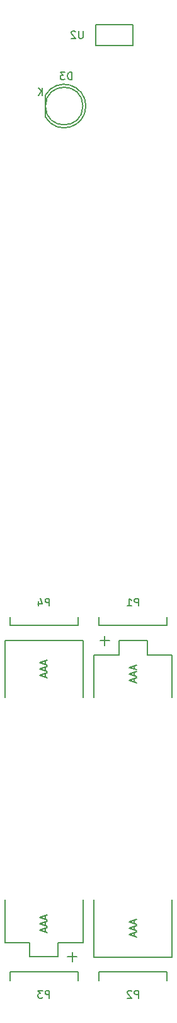
<source format=gbo>
G04 #@! TF.FileFunction,Legend,Bot*
%FSLAX46Y46*%
G04 Gerber Fmt 4.6, Leading zero omitted, Abs format (unit mm)*
G04 Created by KiCad (PCBNEW 4.0.4+e1-6308~48~ubuntu14.04.1-stable) date Thu Dec 22 12:45:23 2016*
%MOMM*%
%LPD*%
G01*
G04 APERTURE LIST*
%ADD10C,0.100000*%
%ADD11C,0.150000*%
G04 APERTURE END LIST*
D10*
D11*
X138500000Y-32600000D02*
X138500000Y-35400000D01*
X143500000Y-32600000D02*
X138500000Y-32600000D01*
X143500000Y-35400000D02*
X143500000Y-32600000D01*
X138500000Y-35400000D02*
X143500000Y-35400000D01*
X131745112Y-41975096D02*
G75*
G02X131730000Y-45000000I2484888J-1524904D01*
G01*
X131730000Y-42000000D02*
X131730000Y-45000000D01*
X136747936Y-43500000D02*
G75*
G03X136747936Y-43500000I-2517936J0D01*
G01*
X136750000Y-115050000D02*
X136750000Y-122700000D01*
X126250000Y-115050000D02*
X126250000Y-122700000D01*
X126250000Y-115050000D02*
X136750000Y-115050000D01*
X136065000Y-113050000D02*
X136065000Y-111905000D01*
X126935000Y-113050000D02*
X126935000Y-111905000D01*
X126935000Y-113050000D02*
X136065000Y-113050000D01*
X138250000Y-157450000D02*
X138250000Y-149800000D01*
X148750000Y-157450000D02*
X148750000Y-149800000D01*
X148750000Y-157450000D02*
X138250000Y-157450000D01*
X138935000Y-159450000D02*
X138935000Y-160595000D01*
X148065000Y-159450000D02*
X148065000Y-160595000D01*
X148065000Y-159450000D02*
X138935000Y-159450000D01*
X139055000Y-115080000D02*
X140325000Y-115080000D01*
X139690000Y-114445000D02*
X139690000Y-115715000D01*
X145405000Y-116985000D02*
X148750000Y-116985000D01*
X141595000Y-116985000D02*
X138250000Y-116985000D01*
X145405000Y-115080000D02*
X145405000Y-116985000D01*
X141595000Y-115080000D02*
X141595000Y-116985000D01*
X148750000Y-116985000D02*
X148750000Y-122700000D01*
X138250000Y-116985000D02*
X138250000Y-122700000D01*
X141595000Y-115080000D02*
X145405000Y-115080000D01*
X148065000Y-113050000D02*
X148065000Y-111905000D01*
X138935000Y-113050000D02*
X138935000Y-111905000D01*
X138935000Y-113050000D02*
X148065000Y-113050000D01*
X135945000Y-157420000D02*
X134675000Y-157420000D01*
X135310000Y-158055000D02*
X135310000Y-156785000D01*
X129595000Y-155515000D02*
X126250000Y-155515000D01*
X133405000Y-155515000D02*
X136750000Y-155515000D01*
X129595000Y-157420000D02*
X129595000Y-155515000D01*
X133405000Y-157420000D02*
X133405000Y-155515000D01*
X126250000Y-155515000D02*
X126250000Y-149800000D01*
X136750000Y-155515000D02*
X136750000Y-149800000D01*
X133405000Y-157420000D02*
X129595000Y-157420000D01*
X126935000Y-159450000D02*
X126935000Y-160595000D01*
X136065000Y-159450000D02*
X136065000Y-160595000D01*
X136065000Y-159450000D02*
X126935000Y-159450000D01*
X136761905Y-33452381D02*
X136761905Y-34261905D01*
X136714286Y-34357143D01*
X136666667Y-34404762D01*
X136571429Y-34452381D01*
X136380952Y-34452381D01*
X136285714Y-34404762D01*
X136238095Y-34357143D01*
X136190476Y-34261905D01*
X136190476Y-33452381D01*
X135761905Y-33547619D02*
X135714286Y-33500000D01*
X135619048Y-33452381D01*
X135380952Y-33452381D01*
X135285714Y-33500000D01*
X135238095Y-33547619D01*
X135190476Y-33642857D01*
X135190476Y-33738095D01*
X135238095Y-33880952D01*
X135809524Y-34452381D01*
X135190476Y-34452381D01*
X135238095Y-39952381D02*
X135238095Y-38952381D01*
X135000000Y-38952381D01*
X134857142Y-39000000D01*
X134761904Y-39095238D01*
X134714285Y-39190476D01*
X134666666Y-39380952D01*
X134666666Y-39523810D01*
X134714285Y-39714286D01*
X134761904Y-39809524D01*
X134857142Y-39904762D01*
X135000000Y-39952381D01*
X135238095Y-39952381D01*
X134333333Y-38952381D02*
X133714285Y-38952381D01*
X134047619Y-39333333D01*
X133904761Y-39333333D01*
X133809523Y-39380952D01*
X133761904Y-39428571D01*
X133714285Y-39523810D01*
X133714285Y-39761905D01*
X133761904Y-39857143D01*
X133809523Y-39904762D01*
X133904761Y-39952381D01*
X134190476Y-39952381D01*
X134285714Y-39904762D01*
X134333333Y-39857143D01*
X131316905Y-42047381D02*
X131316905Y-41047381D01*
X130745476Y-42047381D02*
X131174048Y-41475952D01*
X130745476Y-41047381D02*
X131316905Y-41618810D01*
X132238095Y-110452381D02*
X132238095Y-109452381D01*
X131857142Y-109452381D01*
X131761904Y-109500000D01*
X131714285Y-109547619D01*
X131666666Y-109642857D01*
X131666666Y-109785714D01*
X131714285Y-109880952D01*
X131761904Y-109928571D01*
X131857142Y-109976190D01*
X132238095Y-109976190D01*
X130809523Y-109785714D02*
X130809523Y-110452381D01*
X131047619Y-109404762D02*
X131285714Y-110119048D01*
X130666666Y-110119048D01*
X131666667Y-117794762D02*
X131666667Y-118270953D01*
X131952381Y-117699524D02*
X130952381Y-118032857D01*
X131952381Y-118366191D01*
X131666667Y-118651905D02*
X131666667Y-119128096D01*
X131952381Y-118556667D02*
X130952381Y-118890000D01*
X131952381Y-119223334D01*
X131666667Y-119509048D02*
X131666667Y-119985239D01*
X131952381Y-119413810D02*
X130952381Y-119747143D01*
X131952381Y-120080477D01*
X144238095Y-162952381D02*
X144238095Y-161952381D01*
X143857142Y-161952381D01*
X143761904Y-162000000D01*
X143714285Y-162047619D01*
X143666666Y-162142857D01*
X143666666Y-162285714D01*
X143714285Y-162380952D01*
X143761904Y-162428571D01*
X143857142Y-162476190D01*
X144238095Y-162476190D01*
X143285714Y-162047619D02*
X143238095Y-162000000D01*
X143142857Y-161952381D01*
X142904761Y-161952381D01*
X142809523Y-162000000D01*
X142761904Y-162047619D01*
X142714285Y-162142857D01*
X142714285Y-162238095D01*
X142761904Y-162380952D01*
X143333333Y-162952381D01*
X142714285Y-162952381D01*
X143666667Y-152514762D02*
X143666667Y-152990953D01*
X143952381Y-152419524D02*
X142952381Y-152752857D01*
X143952381Y-153086191D01*
X143666667Y-153371905D02*
X143666667Y-153848096D01*
X143952381Y-153276667D02*
X142952381Y-153610000D01*
X143952381Y-153943334D01*
X143666667Y-154229048D02*
X143666667Y-154705239D01*
X143952381Y-154133810D02*
X142952381Y-154467143D01*
X143952381Y-154800477D01*
X144238095Y-110452381D02*
X144238095Y-109452381D01*
X143857142Y-109452381D01*
X143761904Y-109500000D01*
X143714285Y-109547619D01*
X143666666Y-109642857D01*
X143666666Y-109785714D01*
X143714285Y-109880952D01*
X143761904Y-109928571D01*
X143857142Y-109976190D01*
X144238095Y-109976190D01*
X142714285Y-110452381D02*
X143285714Y-110452381D01*
X143000000Y-110452381D02*
X143000000Y-109452381D01*
X143095238Y-109595238D01*
X143190476Y-109690476D01*
X143285714Y-109738095D01*
X143666667Y-118429762D02*
X143666667Y-118905953D01*
X143952381Y-118334524D02*
X142952381Y-118667857D01*
X143952381Y-119001191D01*
X143666667Y-119286905D02*
X143666667Y-119763096D01*
X143952381Y-119191667D02*
X142952381Y-119525000D01*
X143952381Y-119858334D01*
X143666667Y-120144048D02*
X143666667Y-120620239D01*
X143952381Y-120048810D02*
X142952381Y-120382143D01*
X143952381Y-120715477D01*
X132238095Y-162952381D02*
X132238095Y-161952381D01*
X131857142Y-161952381D01*
X131761904Y-162000000D01*
X131714285Y-162047619D01*
X131666666Y-162142857D01*
X131666666Y-162285714D01*
X131714285Y-162380952D01*
X131761904Y-162428571D01*
X131857142Y-162476190D01*
X132238095Y-162476190D01*
X131333333Y-161952381D02*
X130714285Y-161952381D01*
X131047619Y-162333333D01*
X130904761Y-162333333D01*
X130809523Y-162380952D01*
X130761904Y-162428571D01*
X130714285Y-162523810D01*
X130714285Y-162761905D01*
X130761904Y-162857143D01*
X130809523Y-162904762D01*
X130904761Y-162952381D01*
X131190476Y-162952381D01*
X131285714Y-162904762D01*
X131333333Y-162857143D01*
X131666667Y-151879762D02*
X131666667Y-152355953D01*
X131952381Y-151784524D02*
X130952381Y-152117857D01*
X131952381Y-152451191D01*
X131666667Y-152736905D02*
X131666667Y-153213096D01*
X131952381Y-152641667D02*
X130952381Y-152975000D01*
X131952381Y-153308334D01*
X131666667Y-153594048D02*
X131666667Y-154070239D01*
X131952381Y-153498810D02*
X130952381Y-153832143D01*
X131952381Y-154165477D01*
M02*

</source>
